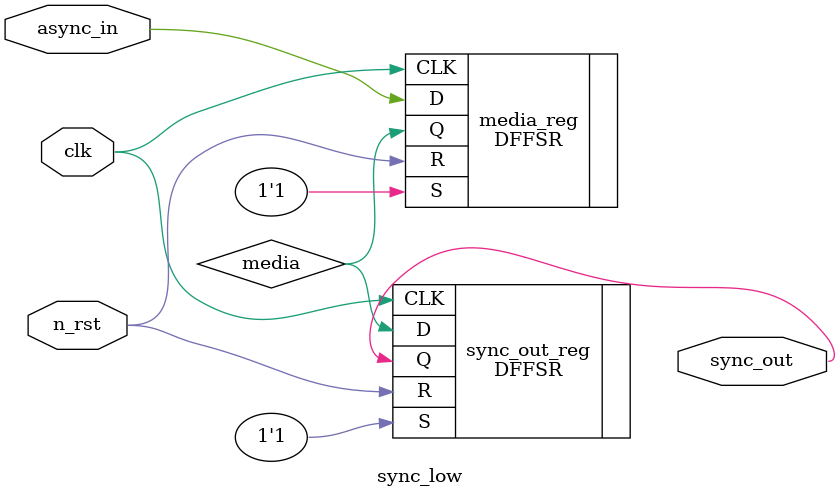
<source format=v>


module sync_low ( clk, n_rst, async_in, sync_out );
  input clk, n_rst, async_in;
  output sync_out;
  wire   media;

  DFFSR media_reg ( .D(async_in), .CLK(clk), .R(n_rst), .S(1'b1), .Q(media) );
  DFFSR sync_out_reg ( .D(media), .CLK(clk), .R(n_rst), .S(1'b1), .Q(sync_out)
         );
endmodule


</source>
